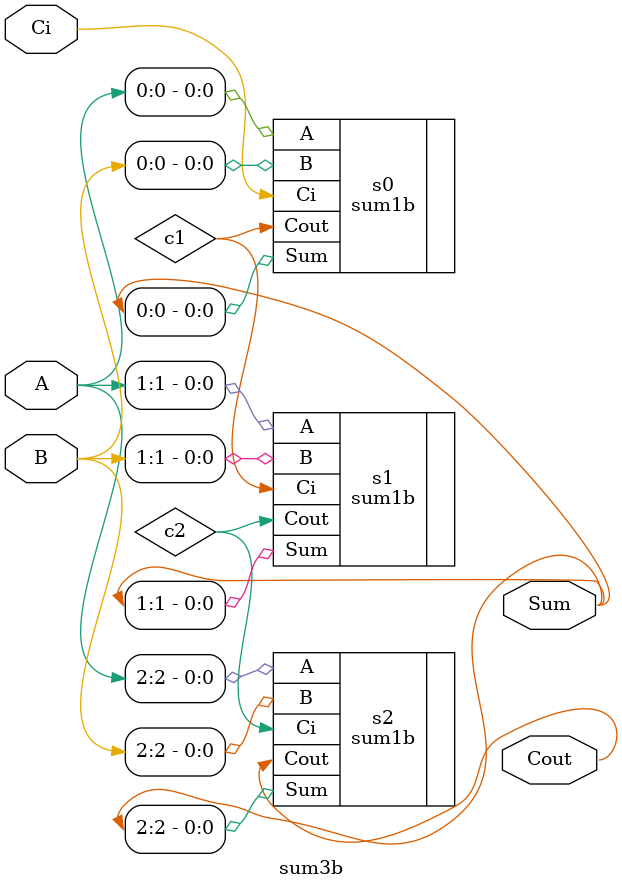
<source format=v>
`include "sum1b.v"

module sum3b (
        input  [2:0] A,
        input  [2:0] B,
        input Ci,
        output Cout,
        output [2:0] Sum
    );

  wire c1,c2;

  sum1b s0 (.A(A[0]), .B(B[0]), .Ci(Ci),  .Cout(c1), .Sum(Sum[0]));
  sum1b s1 (.A(A[1]), .B(B[1]), .Ci(c1), .Cout(c2), .Sum(Sum[1]));
  sum1b s2 (.A(A[2]), .B(B[2]), .Ci(c2), .Cout(Cout), .Sum(Sum[2]));

endmodule

</source>
